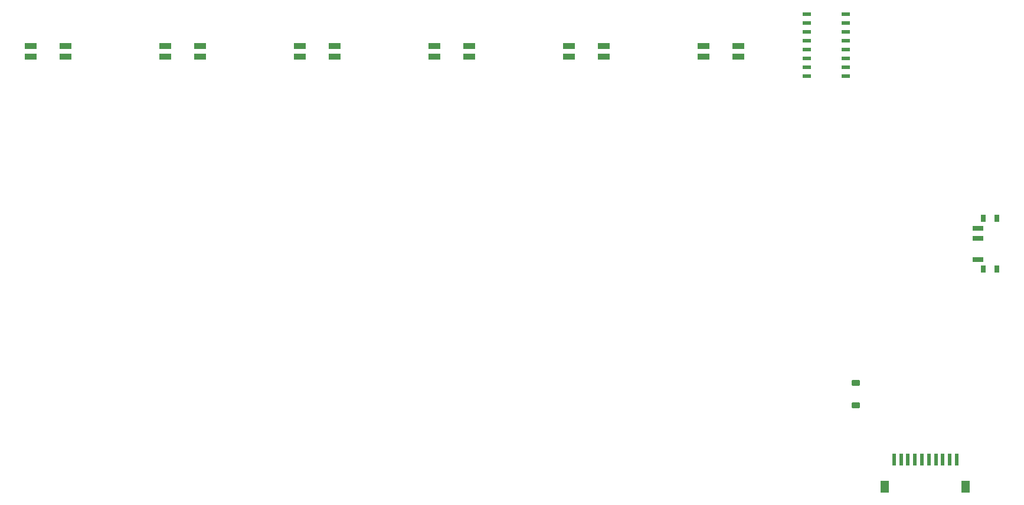
<source format=gtp>
G04 #@! TF.GenerationSoftware,KiCad,Pcbnew,7.0.5*
G04 #@! TF.CreationDate,2024-01-21T02:42:58-08:00*
G04 #@! TF.ProjectId,Seismos_5CoreLShift,53656973-6d6f-4735-9f35-436f72654c53,rev?*
G04 #@! TF.SameCoordinates,Original*
G04 #@! TF.FileFunction,Paste,Top*
G04 #@! TF.FilePolarity,Positive*
%FSLAX46Y46*%
G04 Gerber Fmt 4.6, Leading zero omitted, Abs format (unit mm)*
G04 Created by KiCad (PCBNEW 7.0.5) date 2024-01-21 02:42:58*
%MOMM*%
%LPD*%
G01*
G04 APERTURE LIST*
G04 Aperture macros list*
%AMRoundRect*
0 Rectangle with rounded corners*
0 $1 Rounding radius*
0 $2 $3 $4 $5 $6 $7 $8 $9 X,Y pos of 4 corners*
0 Add a 4 corners polygon primitive as box body*
4,1,4,$2,$3,$4,$5,$6,$7,$8,$9,$2,$3,0*
0 Add four circle primitives for the rounded corners*
1,1,$1+$1,$2,$3*
1,1,$1+$1,$4,$5*
1,1,$1+$1,$6,$7*
1,1,$1+$1,$8,$9*
0 Add four rect primitives between the rounded corners*
20,1,$1+$1,$2,$3,$4,$5,0*
20,1,$1+$1,$4,$5,$6,$7,0*
20,1,$1+$1,$6,$7,$8,$9,0*
20,1,$1+$1,$8,$9,$2,$3,0*%
G04 Aperture macros list end*
%ADD10R,1.803400X0.812800*%
%ADD11R,0.600000X1.700000*%
%ADD12R,1.200000X1.800000*%
%ADD13R,1.500000X0.700000*%
%ADD14R,0.800000X1.000000*%
%ADD15RoundRect,0.225000X-0.375000X0.225000X-0.375000X-0.225000X0.375000X-0.225000X0.375000X0.225000X0*%
%ADD16R,1.200000X0.600000*%
G04 APERTURE END LIST*
D10*
X37148100Y-33249300D03*
X37148100Y-31750700D03*
X42151900Y-31750700D03*
X42151900Y-33249300D03*
X133648100Y-33249300D03*
X133648100Y-31750700D03*
X138651900Y-31750700D03*
X138651900Y-33249300D03*
X95048100Y-33249300D03*
X95048100Y-31750700D03*
X100051900Y-31750700D03*
X100051900Y-33249300D03*
X75748100Y-33249300D03*
X75748100Y-31750700D03*
X80751900Y-31750700D03*
X80751900Y-33249300D03*
D11*
X161000000Y-91114000D03*
X162000000Y-91114000D03*
X163000000Y-91115000D03*
X164000000Y-91115000D03*
X165000000Y-91115000D03*
X166000000Y-91115000D03*
X167000000Y-91115000D03*
X168000000Y-91115000D03*
X169000000Y-91115000D03*
X170000000Y-91115000D03*
D12*
X159700000Y-94990000D03*
X171300000Y-94990000D03*
D13*
X173050000Y-59382000D03*
D14*
X173835000Y-63782000D03*
X175765000Y-63782000D03*
X173835000Y-56482000D03*
X175765000Y-56482000D03*
D13*
X173050000Y-57882000D03*
X173050000Y-62382000D03*
D10*
X114348100Y-33249300D03*
X114348100Y-31750700D03*
X119351900Y-31750700D03*
X119351900Y-33249300D03*
D15*
X155500000Y-80050000D03*
X155500000Y-83350000D03*
D10*
X56448100Y-33249300D03*
X56448100Y-31750700D03*
X61451900Y-31750700D03*
X61451900Y-33249300D03*
D16*
X148500000Y-27155000D03*
X148500000Y-28425000D03*
X148500000Y-29695000D03*
X148500000Y-30965000D03*
X148500000Y-32235000D03*
X148500000Y-33505000D03*
X148500000Y-34775000D03*
X148500000Y-36045000D03*
X154100000Y-36045000D03*
X154100000Y-34775000D03*
X154100000Y-33505000D03*
X154100000Y-32235000D03*
X154100000Y-30965000D03*
X154100000Y-29695000D03*
X154100000Y-28425000D03*
X154100000Y-27155000D03*
M02*

</source>
